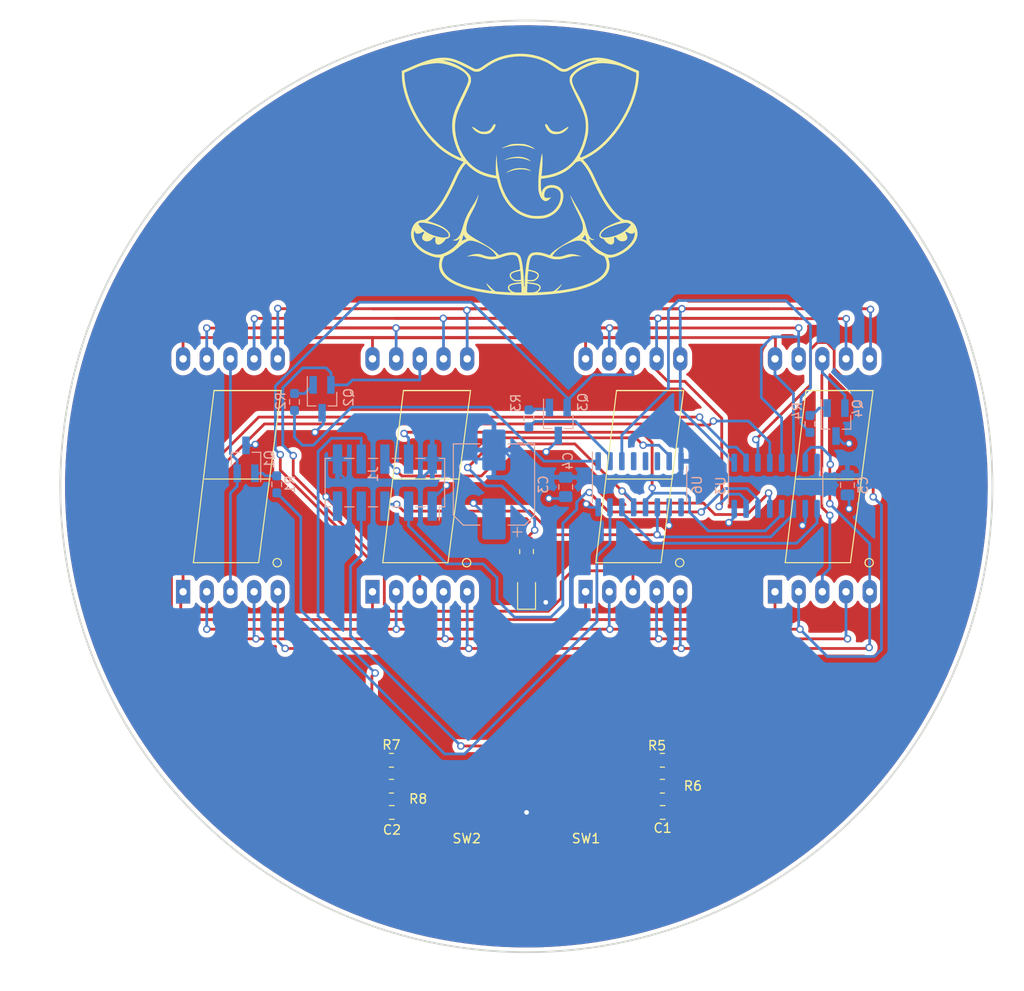
<source format=kicad_pcb>
(kicad_pcb (version 20211014) (generator pcbnew)
  (layers (0 "F.Cu" signal) (31 "B.Cu" signal) (34 "B.Paste" user) (35 "F.Paste" user) (36 "B.SilkS" user "B.Silkscreen") (37 "F.SilkS" user "F.Silkscreen") (38 "B.Mask" user) (39 "F.Mask" user) (44 "Edge.Cuts" user))
  (net 0 "")
  (net 1 "/SW1")
  (net 2 "GND")
  (net 3 "/SW2")
  (net 4 "VCC")
  (net 5 "Net-(D1-Pad2)")
  (net 6 "SDATA")
  (net 7 "LATCH")
  (net 8 "CLK")
  (net 9 "OE_N")
  (net 10 "Net-(Q1-Pad1)")
  (net 11 "/h1_pow")
  (net 12 "Net-(Q2-Pad1)")
  (net 13 "/h2_pow")
  (net 14 "Net-(Q3-Pad1)")
  (net 15 "/m1_pow")
  (net 16 "Net-(Q4-Pad1)")
  (net 17 "/m2_pow")
  (net 18 "H1")
  (net 19 "H2")
  (net 20 "M1")
  (net 21 "M2")
  (net 22 "Net-(R5-Pad2)")
  (net 23 "Net-(R7-Pad2)")
  (net 24 "Net-(R9-Pad1)")
  (net 25 "F")
  (net 26 "G")
  (net 27 "E")
  (net 28 "P")
  (net 29 "C")
  (net 30 "B")
  (net 31 "A")
  (net 32 "Net-(U3-Pad9)")
  (net 37 "D")
  (footprint "Resistor_SMD:R_0805_2012Metric_Pad1.20x1.40mm_HandSolder" (layer "F.Cu") (at 144.8 108.6 -90)
    (fp_text reference "R9" hide)
    (fp_text value "100")
  )
  (footprint "components:7SegmentLED_lsd080bag-103a" (layer "F.Cu") (at 107.95 112.9137 90)
    (fp_text reference "U1" hide)
    (fp_text value "LSD080BAG-103A-01")
  )
  (footprint "LED_SMD:LED_0805_2012Metric_Pad1.15x1.40mm_HandSolder" (layer "F.Cu") (at 144.8 112.925 90)
    (fp_text reference "D1" hide)
    (fp_text value "LED" hide)
  )
  (footprint "Capacitor_SMD:C_0805_2012Metric_Pad1.18x1.45mm_HandSolder" (layer "F.Cu") (at 159.4 136.6 180)
    (fp_text reference "C1")
    (fp_text value "10u")
  )
  (footprint "graphics:elephant" (layer "F.Cu") (at 144.13 69.02)
    (fp_text reference "G***" hide)
    (fp_text value "LOGO" hide)
  )
  (footprint "Resistor_SMD:R_0805_2012Metric_Pad1.20x1.40mm_HandSolder" (layer "F.Cu") (at 130.3 133.785 180)
    (fp_text reference "R8")
    (fp_text value "390")
  )
  (footprint "Resistor_SMD:R_0805_2012Metric_Pad1.20x1.40mm_HandSolder" (layer "F.Cu") (at 130.3 131)
    (fp_text reference "R7")
    (fp_text value "2K")
  )
  (footprint "Resistor_SMD:R_0805_2012Metric_Pad1.20x1.40mm_HandSolder" (layer "F.Cu") (at 159.37 133.785)
    (fp_text reference "R6")
    (fp_text value "390")
  )
  (footprint "Capacitor_SMD:C_0805_2012Metric_Pad1.18x1.45mm_HandSolder" (layer "F.Cu") (at 130.3375 136.6)
    (fp_text reference "C2")
    (fp_text value "10u")
  )
  (footprint "components:SW_SPST_lcsc_c174049" (layer "F.Cu") (at 138.38 135.1 180)
    (fp_text reference "SW2")
    (fp_text value "SW_DIP_x01")
  )
  (footprint "components:SW_SPST_lcsc_c174049" (layer "F.Cu") (at 151.18 135.1 180)
    (fp_text reference "SW1")
    (fp_text value "SW_DIP_x01")
  )
  (footprint "components:7SegmentLED_lsd080bag-103a" (layer "F.Cu") (at 128.27 112.9137 90)
    (fp_text reference "U2" hide)
    (fp_text value "LSD080BAG-103A-01")
  )
  (footprint "Resistor_SMD:R_0805_2012Metric_Pad1.20x1.40mm_HandSolder" (layer "F.Cu") (at 159.37 131 180)
    (fp_text reference "R5")
    (fp_text value "2K")
  )
  (footprint "components:7SegmentLED_lsd080bag-103a" (layer "F.Cu") (at 171.45 112.9137 90)
    (fp_text reference "U5" hide)
    (fp_text value "LSD080BAG-103A-01")
  )
  (footprint "components:7SegmentLED_lsd080bag-103a" (layer "F.Cu") (at 151.13 112.9137 90)
    (fp_text reference "U4" hide)
    (fp_text value "LSD080BAG-103A-01")
  )
  (footprint "Capacitor_SMD:C_0805_2012Metric_Pad1.18x1.45mm_HandSolder" (layer "B.Cu") (at 149 101.6625 90)
    (fp_text reference "C4")
    (fp_text value "100n")
  )
  (footprint "Connector_PinHeader_2.54mm:PinHeader_2x05_P2.54mm_Vertical_SMD" (layer "B.Cu") (at 129.6 101.2 90)
    (fp_text reference "J1")
    (fp_text value "Conn_02x05_Odd_Even")
  )
  (footprint "Resistor_SMD:R_0603_1608Metric_Pad0.98x0.95mm_HandSolder" (layer "B.Cu") (at 119.9 92.5425 90)
    (fp_text reference "R2")
    (fp_text value "100")
  )
  (footprint "Package_SO:SOIC-16_3.9x9.9mm_P1.27mm" (layer "B.Cu") (at 171.525 101.5375 -90)
    (fp_text reference "U3")
    (fp_text value "74HC595")
  )
  (footprint "Package_TO_SOT_SMD:SOT-23_Handsoldering" (layer "B.Cu") (at 114.7 98.7 90)
    (fp_text reference "Q1")
    (fp_text value "Q_PMOS_GSD")
  )
  (footprint "Package_TO_SOT_SMD:SOT-23_Handsoldering" (layer "B.Cu") (at 148.2 94.64 -90)
    (fp_text reference "Q3")
    (fp_text value "Q_PMOS_GSD")
  )
  (footprint "Package_TO_SOT_SMD:SOT-23_Handsoldering" (layer "B.Cu") (at 122.86 92.21 -90)
    (fp_text reference "Q2")
    (fp_text value "Q_PMOS_GSD")
  )
  (footprint "Resistor_SMD:R_0603_1608Metric_Pad0.98x0.95mm_HandSolder" (layer "B.Cu") (at 145.05 94.31 90)
    (fp_text reference "R3")
    (fp_text value "100")
  )
  (footprint "Capacitor_SMD:C_0805_2012Metric_Pad1.18x1.45mm_HandSolder" (layer "B.Cu") (at 179.225 101.475 90)
    (fp_text reference "C5")
    (fp_text value "100n")
  )
  (footprint "Capacitor_SMD:CP_Elec_8x10.5" (layer "B.Cu") (at 141.3 101.4 90)
    (fp_text reference "C3")
    (fp_text value "100u")
  )
  (footprint "Package_SO:SOIC-16_3.9x9.9mm_P1.27mm" (layer "B.Cu") (at 156.925 101.375 -90)
    (fp_text reference "U6")
    (fp_text value "74HC595")
  )
  (footprint "Package_TO_SOT_SMD:SOT-23_Handsoldering" (layer "B.Cu") (at 178 94.7 -90)
    (fp_text reference "Q4")
    (fp_text value "HX2301A")
  )
  (footprint "Resistor_SMD:R_0603_1608Metric_Pad0.98x0.95mm_HandSolder" (layer "B.Cu") (at 118 101.3875 90)
    (fp_text reference "R1")
    (fp_text value "100")
  )
  (footprint "Resistor_SMD:R_0603_1608Metric_Pad0.98x0.95mm_HandSolder" (layer "B.Cu") (at 175.2 94.9 90)
    (fp_text reference "R4")
    (fp_text value "100")
  )
  (gr_circle locked (center 144.78 101.6) (end 194.78 101.6) (layer "Edge.Cuts") (width 0.2) (fill none))
  (segment (start 160.4375 136.5995) (end 160.438 136.6) (width 0.3) (layer "F.Cu") (net 1))
  (segment (start 160.37 136.532) (end 160.4375 136.5995) (width 0.3) (layer "F.Cu") (net 1))
  (segment (start 160.37 135.1585) (end 160.37 136.532) (width 0.3) (layer "F.Cu") (net 1))
  (segment (start 140.7391 129.4691) (end 137.7489 129.4691) (width 0.3) (layer "F.Cu") (net 1))
  (segment (start 146.4285 135.1585) (end 140.7391 129.4691) (width 0.3) (layer "F.Cu") (net 1))
  (segment (start 160.37 135.1585) (end 146.4285 135.1585) (width 0.3) (layer "F.Cu") (net 1))
  (segment (start 160.37 133.785) (end 160.37 135.1585) (width 0.3) (layer "F.Cu") (net 1))
  (segment (start 160.4375 136.5995) (end 160.4375 136.6) (width 0.3) (layer "F.Cu") (net 1))
  (via (at 137.7489 129.4691) (size 0.8) (drill 0.5) (layers "F.Cu" "B.Cu") (net 1))
  (segment (start 137.7489 129.4691) (end 125.91 117.6302) (width 0.3) (layer "B.Cu") (net 1))
  (segment (start 125.91 117.6302) (end 125.91 110.1622) (width 0.3) (layer "B.Cu") (net 1))
  (segment (start 125.91 110.1622) (end 127.06 109.0122) (width 0.3) (layer "B.Cu") (net 1))
  (segment (start 127.06 109.0122) (end 127.06 103.725) (width 0.3) (layer "B.Cu") (net 1))
  (segment (start 135.23 136.6) (end 131.375 136.6) (width 0.3) (layer "F.Cu") (net 2))
  (segment (start 144.8 136.6) (end 148.03 136.6) (width 0.3) (layer "F.Cu") (net 2))
  (segment (start 158.3625 136.6) (end 158.362 136.6) (width 0.3) (layer "F.Cu") (net 2))
  (segment (start 151 136.6) (end 154.33 136.6) (width 0.3) (layer "F.Cu") (net 2))
  (segment (start 149.38 136.6) (end 151 136.6) (width 0.3) (layer "F.Cu") (net 2))
  (segment (start 148.03 136.6) (end 149.38 136.6) (width 0.3) (layer "F.Cu") (net 2))
  (segment (start 141.53 136.6) (end 144.8 136.6) (width 0.3) (layer "F.Cu") (net 2))
  (segment (start 146.86 114.048) (end 144.898 114.048) (width 0.3) (layer "F.Cu") (net 2))
  (segment (start 144.898 114.048) (end 144.8 113.95) (width 0.3) (layer "F.Cu") (net 2))
  (segment (start 135.23 136.6) (end 141.53 136.6) (width 0.3) (layer "F.Cu") (net 2))
  (segment (start 154.33 136.6) (end 158.362 136.6) (width 0.3) (layer "F.Cu") (net 2))
  (via (at 146.86 114.048) (size 0.8) (drill 0.5) (layers "F.Cu" "B.Cu") (net 2))
  (via (at 144.8 136.6) (size 0.8) (drill 0.5) (layers "F.Cu" "B.Cu") (net 2))
  (segment (start 145.225 102.925) (end 146.86 104.56) (width 0.3) (layer "B.Cu") (net 2))
  (segment (start 175.97 100.13) (end 175.97 99.0625) (width 0.3) (layer "B.Cu") (net 2))
  (segment (start 134.68 99.62) (end 134.68 98.675) (width 0.3) (layer "B.Cu") (net 2))
  (segment (start 144.8 136.6) (end 168.5 136.6) (width 0.3) (layer "B.Cu") (net 2))
  (segment (start 150.3 100.9) (end 160.4 100.9) (width 0.3) (layer "B.Cu") (net 2))
  (segment (start 161.37 99.93) (end 161.37 98.9) (width 0.3) (layer "B.Cu") (net 2))
  (segment (start 125.7 101.2) (end 133.1 101.2) (width 0.3) (layer "B.Cu") (net 2))
  (segment (start 124.52 98.675) (end 124.52 100.02) (width 0.3) (layer "B.Cu") (net 2))
  (segment (start 175.35 100.85) (end 175.35 100.75) (width 0.3) (layer "B.Cu") (net 2))
  (segment (start 142.3 97.7) (end 145.225 100.625) (width 0.3) (layer "B.Cu") (net 2))
  (segment (start 175.35 100.75) (end 175.97 100.13) (width 0.3) (layer "B.Cu") (net 2))
  (segment (start 149 100.625) (end 150.025 100.625) (width 0.3) (layer "B.Cu") (net 2))
  (segment (start 178.762 100.9) (end 175.3 100.9) (width 0.3) (layer "B.Cu") (net 2))
  (segment (start 175.2 100.9) (end 175.35 100.75) (width 0.3) (layer "B.Cu") (net 2))
  (segment (start 184.2 120.9) (end 184.2 102) (width 0.3) (layer "B.Cu") (net 2))
  (segment (start 124.52 100.02) (end 125.7 101.2) (width 0.3) (layer "B.Cu") (net 2))
  (segment (start 182.638 100.438) (end 179.225 100.438) (width 0.3) (layer "B.Cu") (net 2))
  (segment (start 150.025 100.625) (end 150.3 100.9) (width 0.3) (layer "B.Cu") (net 2))
  (segment (start 145.225 100.625) (end 149 100.625) (width 0.3) (layer "B.Cu") (net 2))
  (segment (start 141.3 97.7) (end 142.3 97.7) (width 0.3) (layer "B.Cu") (net 2))
  (segment (start 175.3 100.9) (end 175.35 100.85) (width 0.3) (layer "B.Cu") (net 2))
  (segment (start 134.68 98.675) (end 140.325 98.675) (width 0.3) (layer "B.Cu") (net 2))
  (segment (start 133.1 101.2) (end 134.68 99.62) (width 0.3) (layer "B.Cu") (net 2))
  (segment (start 179.225 100.438) (end 178.762 100.9) (width 0.3) (layer "B.Cu") (net 2))
  (segment (start 146.86 104.56) (end 146.86 114.048) (width 0.3) (layer "B.Cu") (net 2))
  (segment (start 160.4 100.9) (end 161.37 99.93) (width 0.3) (layer "B.Cu") (net 2))
  (segment (start 168.5 136.6) (end 184.2 120.9) (width 0.3) (layer "B.Cu") (net 2))
  (segment (start 184.2 102) (end 182.638 100.438) (width 0.3) (layer "B.Cu") (net 2))
  (segment (start 160.4 100.9) (end 175.2 100.9) (width 0.3) (layer "B.Cu") (net 2))
  (segment (start 145.225 100.625) (end 145.225 102.925) (width 0.3) (layer "B.Cu") (net 2))
  (segment (start 140.325 98.675) (end 141.3 97.7) (width 0.3) (layer "B.Cu") (net 2))
  (segment (start 129.3 133.785) (end 129.3 135.1925) (width 0.3) (layer "F.Cu") (net 3))
  (segment (start 129.3 135.1925) (end 128.871 135.1925) (width 0.3) (layer "F.Cu") (net 3))
  (segment (start 128.2008 134.5223) (end 128.2008 121.9932) (width 0.3) (layer "F.Cu") (net 3))
  (segment (start 128.871 135.1925) (end 128.2008 134.5223) (width 0.3) (layer "F.Cu") (net 3))
  (segment (start 128.2008 121.9932) (end 128.5567 121.6373) (width 0.3) (layer "F.Cu") (net 3))
  (segment (start 129.3 135.1925) (end 129.3 136.6) (width 0.3) (layer "F.Cu") (net 3))
  (via (at 128.5567 121.6373) (size 0.8) (drill 0.5) (layers "F.Cu" "B.Cu") (net 3))
  (segment (start 122.4373 97.8627) (end 123.86 96.44) (width 0.3) (layer "B.Cu") (net 3))
  (segment (start 123.86 96.44) (end 127.06 96.44) (width 0.3) (layer "B.Cu") (net 3))
  (segment (start 128.5567 121.6373) (end 122.4373 115.5179) (width 0.3) (layer "B.Cu") (net 3))
  (segment (start 122.4373 115.5179) (end 122.4373 97.8627) (width 0.3) (layer "B.Cu") (net 3))
  (segment (start 127.06 96.44) (end 127.06 98.675) (width 0.3) (layer "B.Cu") (net 3))
  (segment (start 130.3 128.6) (end 129.3 129.6) (width 0.3) (layer "F.Cu") (net 4))
  (segment (start 159.9 105.8) (end 160.08 105.8) (width 0.3) (layer "F.Cu") (net 4))
  (segment (start 173.7 105.8) (end 174.4 105.8) (width 0.3) (layer "F.Cu") (net 4))
  (segment (start 139.1 103.4) (end 139.6 102.9) (width 0.3) (layer "F.Cu") (net 4))
  (segment (start 159.9 105.8) (end 166.2 105.8) (width 0.3) (layer "F.Cu") (net 4))
  (segment (start 174.1 131) (end 160.37 131) (width 0.3) (layer "F.Cu") (net 4))
  (segment (start 146.6 98.2) (end 146.9 97.9) (width 0.3) (layer "F.Cu") (net 4))
  (segment (start 137.2 101.5) (end 139.1 103.4) (width 0.3) (layer "F.Cu") (net 4))
  (segment (start 120.8 97.1) (end 120.8 100.2) (width 0.3) (layer "F.Cu") (net 4))
  (segment (start 179.4 104.3) (end 179.4 104) (width 0.3) (layer "F.Cu") (net 4))
  (segment (start 121.85 101.25) (end 123.3 102.7) (width 0.3) (layer "F.Cu") (net 4))
  (segment (start 151.2 104.8) (end 152.2 105.8) (width 0.3) (layer "F.Cu") (net 4))
  (segment (start 177.9 105.8) (end 179.2 104.5) (width 0.3) (layer "F.Cu") (net 4))
  (segment (start 152.2 105.8) (end 159.9 105.8) (width 0.3) (layer "F.Cu") (net 4))
  (segment (start 166.2 105.8) (end 173.7 105.8) (width 0.3) (layer "F.Cu") (net 4))
  (segment (start 182.2 104) (end 184.3 106.1) (width 0.3) (layer "F.Cu") (net 4))
  (segment (start 160.08 105.8) (end 166.2 105.8) (width 0.3) (layer "F.Cu") (net 4))
  (segment (start 136.2 101.5) (end 137.2 101.5) (width 0.3) (layer "F.Cu") (net 4))
  (segment (start 147.2 102.9) (end 150.6 102.9) (width 0.3) (layer "F.Cu") (net 4))
  (segment (start 179.2 104.5) (end 179.4 104.3) (width 0.3) (layer "F.Cu") (net 4))
  (segment (start 160.37 129.37) (end 159.6 128.6) (width 0.3) (layer "F.Cu") (net 4))
  (segment (start 151.2 103.5) (end 151.2 104.8) (width 0.3) (layer "F.Cu") (net 4))
  (segment (start 135.95 101.25) (end 136.2 101.5) (width 0.3) (layer "F.Cu") (net 4))
  (segment (start 121.85 101.25) (end 135.95 101.25) (width 0.3) (layer "F.Cu") (net 4))
  (segment (start 179.7 104) (end 180.5 104) (width 0.3) (layer "F.Cu") (net 4))
  (segment (start 184.3 120.8) (end 174.1 131) (width 0.3) (layer "F.Cu") (net 4))
  (segment (start 166.2 105.8) (end 166.5 105.5) (width 0.3) (layer "F.Cu") (net 4))
  (segment (start 120.8 97.1) (end 122.1 95.8) (width 0.3) (layer "F.Cu") (net 4))
  (segment (start 174.4 105.8) (end 177.9 105.8) (width 0.3) (layer "F.Cu") (net 4))
  (segment (start 179.2 104.5) (end 179.4 104.3) (width 0.3) (layer "F.Cu") (net 4))
  (segment (start 120.8 100.2) (end 121.85 101.25) (width 0.3) (layer "F.Cu") (net 4))
  (segment (start 150.6 102.9) (end 151.2 103.5) (width 0.3) (layer "F.Cu") (net 4))
  (segment (start 173.7 105.8) (end 174.4 105.8) (width 0.3) (layer "F.Cu") (net 4))
  (segment (start 146.6 102.9) (end 147.2 102.9) (width 0.3) (layer "F.Cu") (net 4))
  (segment (start 152.2 105.8) (end 159.9 105.8) (width 0.3) (layer "F.Cu") (net 4))
  (segment (start 146.6 102.9) (end 146.6 98.2) (width 0.3) (layer "F.Cu") (net 4))
  (segment (start 184.3 106.1) (end 184.3 120.8) (width 0.3) (layer "F.Cu") (net 4))
  (segment (start 139.6 102.9) (end 146.6 102.9) (width 0.3) (layer "F.Cu") (net 4))
  (segment (start 180.5 104) (end 180.5 98.1) (width 0.3) (layer "F.Cu") (net 4))
  (segment (start 129.3 129.6) (end 129.3 131) (width 0.3) (layer "F.Cu") (net 4))
  (segment (start 115.7 97.1) (end 120.8 97.1) (width 0.3) (layer "F.Cu") (net 4))
  (segment (start 180.5 104) (end 182.2 104) (width 0.3) (layer "F.Cu") (net 4))
  (segment (start 160.37 131) (end 160.37 129.37) (width 0.3) (layer "F.Cu") (net 4))
  (segment (start 180.5 98.1) (end 179.4 97) (width 0.3) (layer "F.Cu") (net 4))
  (segment (start 159.6 128.6) (end 130.3 128.6) (width 0.3) (layer "F.Cu") (net 4))
  (segment (start 179.4 104.3) (end 179.7 104) (width 0.3) (layer "F.Cu") (net 4))
  (via (at 123.3 102.7) (size 0.8) (drill 0.5) (layers "F.Cu" "B.Cu") (net 4))
  (via (at 136.2 101.5) (size 0.8) (drill 0.5) (layers "F.Cu" "B.Cu") (net 4))
  (via (at 139.1 103.4) (size 0.8) (drill 0.5) (layers "F.Cu" "B.Cu") (net 4))
  (via (at 115.7 97.1) (size 0.8) (drill 0.5) (layers "F.Cu" "B.Cu") (net 4))
  (via (at 122.1 95.8) (size 0.8) (drill 0.5) (layers "F.Cu" "B.Cu") (net 4))
  (via (at 166.5 105.5) (size 0.8) (drill 0.5) (layers "F.Cu" "B.Cu") (net 4))
  (via (at 147.2 102.9) (size 0.8) (drill 0.5) (layers "F.Cu" "B.Cu") (net 4))
  (via (at 160.08 105.8) (size 0.8) (drill 0.5) (layers "F.Cu" "B.Cu") (net 4))
  (via (at 146.9 97.9) (size 0.8) (drill 0.5) (layers "F.Cu" "B.Cu") (net 4))
  (via (at 174.4 105.8) (size 0.8) (drill 0.5) (layers "F.Cu" "B.Cu") (net 4))
  (via (at 179.4 97) (size 0.8) (drill 0.5) (layers "F.Cu" "B.Cu") (net 4))
  (via (at 179.4 104) (size 0.8) (drill 0.5) (layers "F.Cu" "B.Cu") (net 4))
  (via (at 151.2 103.5) (size 0.8) (drill 0.5) (layers "F.Cu" "B.Cu") (net 4))
  (segment (start 146.9 97.9) (end 148.2 96.6) (width 0.3) (layer "B.Cu") (net 4))
  (segment (start 166.5 105.5) (end 167.08 104.92) (width 0.3) (layer "B.Cu") (net 4))
  (segment (start 124.52 103.725) (end 124.325 103.725) (width 0.3) (layer "B.Cu") (net 4))
  (segment (start 179.4 104) (end 179.4 102.688) (width 0.3) (layer "B.Cu") (net 4))
  (segment (start 136.2 101.5) (end 134.68 103.02) (width 0.3) (layer "B.Cu") (net 4))
  (segment (start 134.68 103.02) (end 134.68 103.725) (width 0.3) (layer "B.Cu") (net 4))
  (segment (start 114.7 97.2) (end 115.6 97.2) (width 0.3) (layer "B.Cu") (net 4))
  (segment (start 174.7 105.5) (end 174.7 104.0125) (width 0.3) (layer "B.Cu") (net 4))
  (segment (start 179.4 97) (end 178.8 97) (width 0.3) (layer "B.Cu") (net 4))
  (segment (start 148.8 102.9) (end 149 102.7) (width 0.3) (layer "B.Cu") (net 4))
  (segment (start 179.4 102.688) (end 179.3125 102.6) (width 0.3) (layer "B.Cu") (net 4))
  (segment (start 151.55 103.85) (end 152.48 103.85) (width 0.3) (layer "B.Cu") (net 4))
  (segment (start 122.1 95.8) (end 123 94.9) (width 0.3) (layer "B.Cu") (net 4))
  (segment (start 179.3125 102.6) (end 179.225 102.512) (width 0.3) (layer "B.Cu") (net 4))
  (segment (start 139.1 103.4) (end 140.8 105.1) (width 0.3) (layer "B.Cu") (net 4))
  (segment (start 147.2 102.9) (end 148.8 102.9) (width 0.3) (layer "B.Cu") (net 4))
  (segment (start 140.8 105.1) (end 141.3 105.1) (width 0.3) (layer "B.Cu") (net 4))
  (segment (start 167.08 104.92) (end 167.08 104.0125) (width 0.3) (layer "B.Cu") (net 4))
  (segment (start 148.2 96.6) (end 148.2 96.14) (width 0.3) (layer "B.Cu") (net 4))
  (segment (start 123 94.9) (end 123 94.5) (width 0.3) (layer "B.Cu") (net 4))
  (segment (start 179.3125 102.6) (end 179.225 102.5125) (width 0.3) (layer "B.Cu") (net 4))
  (segment (start 160.1 103.85) (end 160.1 105.78) (width 0.3) (layer "B.Cu") (net 4))
  (segment (start 160.1 105.78) (end 160.08 105.8) (width 0.3) (layer "B.Cu") (net 4))
  (segment (start 174.4 105.8) (end 174.7 105.5) (width 0.3) (layer "B.Cu") (net 4))
  (segment (start 124.325 103.725) (end 123.3 102.7) (width 0.3) (layer "B.Cu") (net 4))
  (segment (start 178.8 97) (end 178 96.2) (width 0.3) (layer "B.Cu") (net 4))
  (segment (start 151.2 103.5) (end 151.55 103.85) (width 0.3) (layer "B.Cu") (net 4))
  (segment (start 115.6 97.2) (end 115.7 97.1) (width 0.3) (layer "B.Cu") (net 4))
  (segment (start 144.8 109.6) (end 144.8 111.9) (width 0.3) (layer "F.Cu") (net 5))
  (segment (start 153.6251 104.3513) (end 151.5321 102.2583) (width 0.3) (layer "F.Cu") (net 6))
  (segment (start 163.5384 104.3513) (end 153.6251 104.3513) (width 0.3) (layer "F.Cu") (net 6))
  (via (at 163.5384 104.3513) (size 0.8) (drill 0.5) (layers "F.Cu" "B.Cu") (net 6))
  (via (at 151.5321 102.2583) (size 0.8) (drill 0.5) (layers "F.Cu" "B.Cu") (net 6))
  (segment (start 140.13 109.92) (end 141.63 111.42) (width 0.3) (layer "B.Cu") (net 6))
  (segment (start 166.0497 101.84) (end 168.47 101.84) (width 0.3) (layer "B.Cu") (net 6))
  (segment (start 132.14 105.84) (end 136.22 109.92) (width 0.3) (layer "B.Cu") (net 6))
  (segment (start 132.14 103.725) (end 132.14 105.84) (width 0.3) (layer "B.Cu") (net 6))
  (segment (start 141.63 111.42) (end 141.63 113.77) (width 0.3) (layer "B.Cu") (net 6))
  (segment (start 169.62 102.99) (end 169.62 104.0125) (width 0.3) (layer "B.Cu") (net 6))
  (segment (start 168.47 101.84) (end 169.62 102.99) (width 0.3) (layer "B.Cu") (net 6))
  (segment (start 148.689 114.361) (end 148.689 105.571) (width 0.3) (layer "B.Cu") (net 6))
  (segment (start 143.5 115.64) (end 147.41 115.64) (width 0.3) (layer "B.Cu") (net 6))
  (segment (start 147.41 115.64) (end 148.689 114.361) (width 0.3) (layer "B.Cu") (net 6))
  (segment (start 136.22 109.92) (end 140.13 109.92) (width 0.3) (layer "B.Cu") (net 6))
  (segment (start 151.2184 102.2583) (end 151.5321 102.2583) (width 0.3) (layer "B.Cu") (net 6))
  (segment (start 148.689 105.571) (end 150.1762 104.0838) (width 0.3) (layer "B.Cu") (net 6))
  (segment (start 141.63 113.77) (end 143.5 115.64) (width 0.3) (layer "B.Cu") (net 6))
  (segment (start 150.1762 103.3005) (end 151.2184 102.2583) (width 0.3) (layer "B.Cu") (net 6))
  (segment (start 163.5384 104.3513) (end 166.0497 101.84) (width 0.3) (layer "B.Cu") (net 6))
  (segment (start 150.1762 104.0838) (end 150.1762 103.3005) (width 0.3) (layer "B.Cu") (net 6))
  (segment (start 131.661 95.9208) (end 131.7905 95.7913) (width 0.3) (layer "F.Cu") (net 7))
  (segment (start 131.7905 95.7913) (end 157.1493 95.7913) (width 0.3) (layer "F.Cu") (net 7))
  (segment (start 157.1493 95.7913) (end 158.271 96.913) (width 0.3) (layer "F.Cu") (net 7))
  (segment (start 158.271 96.913) (end 158.271 101.774) (width 0.3) (layer "F.Cu") (net 7))
  (via (at 131.661 95.9208) (size 0.8) (drill 0.5) (layers "F.Cu" "B.Cu") (net 7))
  (via (at 158.271 101.774) (size 0.8) (drill 0.5) (layers "F.Cu" "B.Cu") (net 7))
  (segment (start 162.2881 104.3807) (end 164.2839 106.3765) (width 0.3) (layer "B.Cu") (net 7))
  (segment (start 158.2763 102.4243) (end 158.2763 101.7793) (width 0.3) (layer "B.Cu") (net 7))
  (segment (start 158.2763 102.4243) (end 158.3706 102.33) (width 0.3) (layer "B.Cu") (net 7))
  (segment (start 132.14 96.3998) (end 131.661 95.9208) (width 0.3) (layer "B.Cu") (net 7))
  (segment (start 170.4136 106.3765) (end 172.16 104.6301) (width 0.3) (layer "B.Cu") (net 7))
  (segment (start 157.56 103.85) (end 157.56 103.1406) (width 0.3) (layer "B.Cu") (net 7))
  (segment (start 158.2763 101.7793) (end 158.271 101.774) (width 0.3) (layer "B.Cu") (net 7))
  (segment (start 162.2881 102.8181) (end 162.2881 104.3807) (width 0.3) (layer "B.Cu") (net 7))
  (segment (start 132.14 98.675) (end 132.14 96.3998) (width 0.3) (layer "B.Cu") (net 7))
  (segment (start 157.56 103.1406) (end 158.2763 102.4243) (width 0.3) (layer "B.Cu") (net 7))
  (segment (start 161.8 102.33) (end 162.2881 102.8181) (width 0.3) (layer "B.Cu") (net 7))
  (segment (start 158.3706 102.33) (end 161.8 102.33) (width 0.3) (layer "B.Cu") (net 7))
  (segment (start 164.2839 106.3765) (end 170.4136 106.3765) (width 0.3) (layer "B.Cu") (net 7))
  (segment (start 172.16 104.6301) (end 172.16 104.0125) (width 0.3) (layer "B.Cu") (net 7))
  (segment (start 145.1094 104.2552) (end 131.6037 104.2552) (width 0.3) (layer "F.Cu") (net 8))
  (segment (start 147.6455 106.7913) (end 145.1094 104.2552) (width 0.3) (layer "F.Cu") (net 8))
  (segment (start 158.7959 106.7913) (end 147.6455 106.7913) (width 0.3) (layer "F.Cu") (net 8))
  (segment (start 131.6037 104.2552) (end 130.87 103.5215) (width 0.3) (layer "F.Cu") (net 8))
  (via (at 158.7959 106.7913) (size 0.8) (drill 0.5) (layers "F.Cu" "B.Cu") (net 8))
  (via (at 130.87 103.5215) (size 0.8) (drill 0.5) (layers "F.Cu" "B.Cu") (net 8))
  (segment (start 130.87 103.5215) (end 129.8035 103.5215) (width 0.3) (layer "B.Cu") (net 8))
  (segment (start 159.0326 107.028) (end 158.7959 106.7913) (width 0.3) (layer "B.Cu") (net 8))
  (segment (start 129.8035 103.5215) (end 129.6 103.725) (width 0.3) (layer "B.Cu") (net 8))
  (segment (start 170.9815 107.028) (end 159.0326 107.028) (width 0.3) (layer "B.Cu") (net 8))
  (segment (start 158.83 106.7572) (end 158.7959 106.7913) (width 0.3) (layer "B.Cu") (net 8))
  (segment (start 158.83 103.85) (end 158.83 106.7572) (width 0.3) (layer "B.Cu") (net 8))
  (segment (start 173.43 104.0125) (end 173.43 104.5795) (width 0.3) (layer "B.Cu") (net 8))
  (segment (start 173.43 104.5795) (end 170.9815 107.028) (width 0.3) (layer "B.Cu") (net 8))
  (segment (start 168.4577 104.6226) (end 165.0121 104.6226) (width 0.3) (layer "F.Cu") (net 9))
  (segment (start 163.7894 103.3999) (end 156.3387 103.3999) (width 0.3) (layer "F.Cu") (net 9))
  (segment (start 131.4208 100.4883) (end 139.9471 100.4883) (width 0.3) (layer "F.Cu") (net 9))
  (segment (start 165.0121 104.6226) (end 163.7894 103.3999) (width 0.3) (layer "F.Cu") (net 9))
  (segment (start 139.9471 100.4883) (end 143.3874 97.048) (width 0.3) (layer "F.Cu") (net 9))
  (segment (start 143.3874 97.048) (end 149.9868 97.048) (width 0.3) (layer "F.Cu") (net 9))
  (segment (start 130.87 99.9375) (end 131.4208 100.4883) (width 0.3) (layer "F.Cu") (net 9))
  (segment (start 170.7645 102.3158) (end 168.4577 104.6226) (width 0.3) (layer "F.Cu") (net 9))
  (segment (start 149.9868 97.048) (end 155.042 102.1032) (width 0.3) (layer "F.Cu") (net 9))
  (segment (start 156.3387 103.3999) (end 155.042 102.1032) (width 0.3) (layer "F.Cu") (net 9))
  (via (at 170.7645 102.3158) (size 0.8) (drill 0.5) (layers "F.Cu" "B.Cu") (net 9))
  (via (at 155.042 102.1032) (size 0.8) (drill 0.5) (layers "F.Cu" "B.Cu") (net 9))
  (via (at 130.87 99.9375) (size 0.8) (drill 0.5) (layers "F.Cu" "B.Cu") (net 9))
  (segment (start 155.1579 102.1032) (end 156.29 103.2353) (width 0.3) (layer "B.Cu") (net 9))
  (segment (start 130.87 99.9375) (end 130.8625 99.9375) (width 0.3) (layer "B.Cu") (net 9))
  (segment (start 170.89 102.4413) (end 170.89 104.0125) (width 0.3) (layer "B.Cu") (net 9))
  (segment (start 156.29 103.2353) (end 156.29 103.85) (width 0.3) (layer "B.Cu") (net 9))
  (segment (start 130.8625 99.9375) (end 129.6 98.675) (width 0.3) (layer "B.Cu") (net 9))
  (segment (start 170.7645 102.3158) (end 170.89 102.4413) (width 0.3) (layer "B.Cu") (net 9))
  (segment (start 155.042 102.1032) (end 155.1579 102.1032) (width 0.3) (layer "B.Cu") (net 9))
  (segment (start 116.7751 100.475) (end 116.5001 100.2) (width 0.3) (layer "B.Cu") (net 10))
  (segment (start 115.65 100.2) (end 116.5001 100.2) (width 0.3) (layer "B.Cu") (net 10))
  (segment (start 118 100.475) (end 116.7751 100.475) (width 0.3) (layer "B.Cu") (net 10))
  (segment (start 113.75 101.6001) (end 113.03 102.3201) (width 0.3) (layer "B.Cu") (net 11))
  (segment (start 113.75 100.2) (end 113.75 101.6001) (width 0.3) (layer "B.Cu") (net 11))
  (segment (start 113.03 98.0799) (end 113.75 98.7999) (width 0.3) (layer "B.Cu") (net 11))
  (segment (start 113.03 102.3201) (end 113.03 112.9137) (width 0.3) (layer "B.Cu") (net 11))
  (segment (start 113.75 100.2) (end 113.75 98.7999) (width 0.3) (layer "B.Cu") (net 11))
  (segment (start 113.03 87.9137) (end 113.03 98.0799) (width 0.3) (layer "B.Cu") (net 11))
  (segment (start 119.9 91.63) (end 120.99 91.63) (width 0.3) (layer "B.Cu") (net 12))
  (segment (start 120.99 91.63) (end 121.91 90.71) (width 0.3) (layer "B.Cu") (net 12))
  (segment (start 133.35 111.25) (end 133.35 112.9137) (width 0.3) (layer "F.Cu") (net 13))
  (segment (start 119.7691 100.4014) (end 129.6577 110.29) (width 0.3) (layer "F.Cu") (net 13))
  (segment (start 129.6577 110.29) (end 132.39 110.29) (width 0.3) (layer "F.Cu") (net 13))
  (segment (start 132.39 110.29) (end 133.35 111.25) (width 0.3) (layer "F.Cu") (net 13))
  (segment (start 119.7691 98.2998) (end 119.7691 100.4014) (width 0.3) (layer "F.Cu") (net 13))
  (via (at 119.7691 98.2998) (size 0.8) (drill 0.5) (layers "F.Cu" "B.Cu") (net 13))
  (segment (start 133.35 87.9137) (end 133.35 90.18) (width 0.3) (layer "B.Cu") (net 13))
  (segment (start 126.1201 90.18) (end 125.5901 90.71) (width 0.3) (layer "B.Cu") (net 13))
  (segment (start 123.81 89.4) (end 123.81 90.71) (width 0.3) (layer "B.Cu") (net 13))
  (segment (start 120.79 88.88) (end 123.29 88.88) (width 0.3) (layer "B.Cu") (net 13))
  (segment (start 133.35 90.18) (end 126.1201 90.18) (width 0.3) (layer "B.Cu") (net 13))
  (segment (start 119.7691 98.2998) (end 118.64 97.1707) (width 0.3) (layer "B.Cu") (net 13))
  (segment (start 123.29 88.88) (end 123.81 89.4) (width 0.3) (layer "B.Cu") (net 13))
  (segment (start 118.64 91.03) (end 120.79 88.88) (width 0.3) (layer "B.Cu") (net 13))
  (segment (start 118.64 97.1707) (end 118.64 91.03) (width 0.3) (layer "B.Cu") (net 13))
  (segment (start 125.5901 90.71) (end 123.81 90.71) (width 0.3) (layer "B.Cu") (net 13))
  (segment (start 145.4249 93.575) (end 145.6999 93.3) (width 0.3) (layer "B.Cu") (net 14))
  (segment (start 147.09 93.3) (end 147.25 93.14) (width 0.3) (layer "B.Cu") (net 14))
  (segment (start 144.9 93.575) (end 145.4249 93.575) (width 0.3) (layer "B.Cu") (net 14))
  (segment (start 145.6999 93.3) (end 147.09 93.3) (width 0.3) (layer "B.Cu") (net 14))
  (segment (start 118.3816 98.1956) (end 118.3816 99.8627) (width 0.3) (layer "F.Cu") (net 15))
  (segment (start 129.54 111.0211) (end 129.54 114.25) (width 0.3) (layer "F.Cu") (net 15))
  (segment (start 148.5122 113.623) (end 148.5122 111.8578) (width 0.3) (layer "F.Cu") (net 15))
  (segment (start 130.2949 115.0049) (end 147.1303 115.0049) (width 0.3) (layer "F.Cu") (net 15))
  (segment (start 156.21 110.66) (end 156.21 112.9137) (width 0.3) (layer "F.Cu") (net 15))
  (segment (start 147.1303 115.0049) (end 148.5122 113.623) (width 0.3) (layer "F.Cu") (net 15))
  (segment (start 149.71 110.66) (end 156.21 110.66) (width 0.3) (layer "F.Cu") (net 15))
  (segment (start 129.54 114.25) (end 130.2949 115.0049) (width 0.3) (layer "F.Cu") (net 15))
  (segment (start 148.5122 111.8578) (end 149.71 110.66) (width 0.3) (layer "F.Cu") (net 15))
  (segment (start 118.3816 99.8627) (end 129.54 111.0211) (width 0.3) (layer "F.Cu") (net 15))
  (via (at 118.3816 98.1956) (size 0.8) (drill 0.5) (layers "F.Cu" "B.Cu") (net 15))
  (segment (start 126.8439 81.8361) (end 117.85 90.83) (width 0.3) (layer "B.Cu") (net 15))
  (segment (start 156.21 89.6258) (end 151.9223 89.6258) (width 0.3) (layer "B.Cu") (net 15))
  (segment (start 151.9223 89.6258) (end 149.3001 92.248) (width 0.3) (layer "B.Cu") (net 15))
  (segment (start 117.85 90.83) (end 117.85 97.664) (width 0.3) (layer "B.Cu") (net 15))
  (segment (start 117.85 97.664) (end 118.3816 98.1956) (width 0.3) (layer "B.Cu") (net 15))
  (segment (start 149.3001 92.248) (end 138.8882 81.8361) (width 0.3) (layer "B.Cu") (net 15))
  (segment (start 138.8882 81.8361) (end 126.8439 81.8361) (width 0.3) (layer "B.Cu") (net 15))
  (segment (start 149.3001 93.3) (end 149.3001 92.248) (width 0.3) (layer "B.Cu") (net 15))
  (segment (start 156.21 87.9137) (end 156.21 89.6258) (width 0.3) (layer "B.Cu") (net 15))
  (segment (start 177.05 93.2) (end 176.1999 93.2) (width 0.3) (layer "B.Cu") (net 16))
  (segment (start 175.4124 93.9875) (end 176.1999 93.2) (width 0.3) (layer "B.Cu") (net 16))
  (segment (start 175.2 93.9875) (end 175.4124 93.9875) (width 0.3) (layer "B.Cu") (net 16))
  (segment (start 176.53 87.9137) (end 176.53 89.6258) (width 0.3) (layer "F.Cu") (net 17))
  (segment (start 176.4772 89.6786) (end 176.4772 103.8526) (width 0.3) (layer "F.Cu") (net 17))
  (segment (start 176.4772 103.8526) (end 177.3332 104.7086) (width 0.3) (layer "F.Cu") (net 17))
  (segment (start 176.53 89.6258) (end 176.4772 89.6786) (width 0.3) (layer "F.Cu") (net 17))
  (via (at 177.3332 104.7086) (size 0.8) (drill 0.5) (layers "F.Cu" "B.Cu") (net 17))
  (segment (start 178.95 93.2) (end 178.95 91.81) (width 0.3) (layer "B.Cu") (net 17))
  (segment (start 178.95 91.81) (end 176.53 89.39) (width 0.3) (layer "B.Cu") (net 17))
  (segment (start 176.53 112.9137) (end 176.53 111.2016) (width 0.3) (layer "B.Cu") (net 17))
  (segment (start 176.53 89.39) (end 176.53 87.9137) (width 0.3) (layer "B.Cu") (net 17))
  (segment (start 177.3332 104.7086) (end 177.3332 110.3984) (width 0.3) (layer "B.Cu") (net 17))
  (segment (start 177.3332 110.3984) (end 176.53 111.2016) (width 0.3) (layer "B.Cu") (net 17))
  (segment (start 120.5814 104.8814) (end 120.5814 114.8902) (width 0.3) (layer "B.Cu") (net 18))
  (segment (start 152.3422 109.0845) (end 153.75 107.6767) (width 0.3) (layer "B.Cu") (net 18))
  (segment (start 152.3422 116.127) (end 152.3422 109.0845) (width 0.3) (layer "B.Cu") (net 18))
  (segment (start 120.5814 114.8902) (end 136.0111 130.3199) (width 0.3) (layer "B.Cu") (net 18))
  (segment (start 136.0111 130.3199) (end 138.1493 130.3199) (width 0.3) (layer "B.Cu") (net 18))
  (segment (start 118 102.3) (end 120.5814 104.8814) (width 0.3) (layer "B.Cu") (net 18))
  (segment (start 153.75 107.6767) (end 153.75 103.85) (width 0.3) (layer "B.Cu") (net 18))
  (segment (start 138.1493 130.3199) (end 152.3422 116.127) (width 0.3) (layer "B.Cu") (net 18))
  (segment (start 140.8706 93.0998) (end 146.6708 98.9) (width 0.3) (layer "B.Cu") (net 19))
  (segment (start 146.6708 98.9) (end 152.48 98.9) (width 0.3) (layer "B.Cu") (net 19))
  (segment (start 120.77 97.19) (end 121.92 97.19) (width 0.3) (layer "B.Cu") (net 19))
  (segment (start 119.9 96.32) (end 120.77 97.19) (width 0.3) (layer "B.Cu") (net 19))
  (segment (start 126.0102 93.0998) (end 140.8706 93.0998) (width 0.3) (layer "B.Cu") (net 19))
  (segment (start 121.92 97.19) (end 126.0102 93.0998) (width 0.3) (layer "B.Cu") (net 19))
  (segment (start 119.9 93.455) (end 119.9 96.32) (width 0.3) (layer "B.Cu") (net 19))
  (segment (start 153.75 98.9) (end 153.75 98.3363) (width 0.3) (layer "B.Cu") (net 20))
  (segment (start 145.67 94.63) (end 144.9 95.4) (width 0.3) (layer "B.Cu") (net 20))
  (segment (start 153.75 98.3363) (end 150.0437 94.63) (width 0.3) (layer "B.Cu") (net 20))
  (segment (start 150.0437 94.63) (end 145.67 94.63) (width 0.3) (layer "B.Cu") (net 20))
  (segment (start 174.2481 94.8606) (end 174.2481 92.0243) (width 0.3) (layer "B.Cu") (net 21))
  (segment (start 175.2 95.8125) (end 174.2481 94.8606) (width 0.3) (layer "B.Cu") (net 21))
  (segment (start 160.02 91.0843) (end 155.02 96.0843) (width 0.3) (layer "B.Cu") (net 21))
  (segment (start 175.26 84.28) (end 172.6284 81.6484) (width 0.3) (layer "B.Cu") (net 21))
  (segment (start 174.2481 92.0243) (end 175.26 91.0124) (width 0.3) (layer "B.Cu") (net 21))
  (segment (start 155.02 96.0843) (end 155.02 98.9) (width 0.3) (layer "B.Cu") (net 21))
  (segment (start 161.0784 81.6484) (end 160.02 82.7068) (width 0.3) (layer "B.Cu") (net 21))
  (segment (start 175.26 91.0124) (end 175.26 84.28) (width 0.3) (layer "B.Cu") (net 21))
  (segment (start 160.02 82.7068) (end 160.02 91.0843) (width 0.3) (layer "B.Cu") (net 21))
  (segment (start 172.6284 81.6484) (end 161.0784 81.6484) (width 0.3) (layer "B.Cu") (net 21))
  (segment (start 158.37 133.6) (end 154.33 133.6) (width 0.3) (layer "F.Cu") (net 22))
  (segment (start 148.03 133.6) (end 154.33 133.6) (width 0.3) (layer "F.Cu") (net 22))
  (segment (start 158.37 131) (end 158.37 133.6) (width 0.3) (layer "F.Cu") (net 22))
  (segment (start 158.37 133.6) (end 158.37 133.785) (width 0.3) (layer "F.Cu") (net 22))
  (segment (start 131.3 131) (end 131.3 133.6) (width 0.3) (layer "F.Cu") (net 23))
  (segment (start 135.23 133.6) (end 141.53 133.6) (width 0.3) (layer "F.Cu") (net 23))
  (segment (start 131.3 133.6) (end 131.3 133.785) (width 0.3) (layer "F.Cu") (net 23))
  (segment (start 131.3 133.6) (end 135.23 133.6) (width 0.3) (layer "F.Cu") (net 23))
  (segment (start 138.4803 99.5816) (end 141.6704 96.3915) (width 0.3) (layer "F.Cu") (net 24))
  (segment (start 141.6704 96.3915) (end 156.5064 96.3915) (width 0.3) (layer "F.Cu") (net 24))
  (segment (start 156.5064 96.3915) (end 157.302 97.1871) (width 0.3) (layer "F.Cu") (net 24))
  (segment (start 144.8 107.1701) (end 144.8 107.6) (width 0.3) (layer "F.Cu") (net 24))
  (segment (start 145.669 106.3011) (end 144.8 107.1701) (width 0.3) (layer "F.Cu") (net 24))
  (via (at 138.4803 99.5816) (size 0.8) (drill 0.5) (layers "F.Cu" "B.Cu") (net 24))
  (via (at 157.302 97.1871) (size 0.8) (drill 0.5) (layers "F.Cu" "B.Cu") (net 24))
  (via (at 145.669 106.3011) (size 0.8) (drill 0.5) (layers "F.Cu" "B.Cu") (net 24))
  (segment (start 160.1 98.2936) (end 158.9935 97.1871) (width 0.3) (layer "B.Cu") (net 24))
  (segment (start 158.9935 97.1871) (end 157.302 97.1871) (width 0.3) (layer "B.Cu") (net 24))
  (segment (start 145.669 105.099) (end 145.669 106.3011) (width 0.3) (layer "B.Cu") (net 24))
  (segment (start 160.1 98.9) (end 160.1 98.2936) (width 0.3) (layer "B.Cu") (net 24))
  (segment (start 138.4803 99.5816) (end 140.4487 101.55) (width 0.3) (layer "B.Cu") (net 24))
  (segment (start 140.4487 101.55) (end 142.12 101.55) (width 0.3) (layer "B.Cu") (net 24))
  (segment (start 142.12 101.55) (end 145.669 105.099) (width 0.3) (layer "B.Cu") (net 24))
  (segment (start 130.8 84.6) (end 125.734 84.6) (width 0.3) (layer "F.Cu") (net 25))
  (segment (start 158.834 84.6003) (end 135.934 84.6003) (width 0.3) (layer "F.Cu") (net 25))
  (segment (start 125.734 84.6) (end 115.533 84.6) (width 0.3) (layer "F.Cu") (net 25))
  (segment (start 158.834 84.6003) (end 135.934 84.6003) (width 0.3) (layer "F.Cu") (net 25))
  (segment (start 125.734 84.6003) (end 125.734 84.6) (width 0.3) (layer "F.Cu") (net 25))
  (segment (start 125.734 84.6003) (end 115.534 84.6003) (width 0.3) (layer "F.Cu") (net 25))
  (segment (start 158.833 84.6) (end 153.8 84.6) (width 0.3) (layer "F.Cu") (net 25))
  (segment (start 115.534 84.6003) (end 115.524 84.61) (width 0.3) (layer "F.Cu") (net 25))
  (segment (start 135.934 84.6003) (end 125.734 84.6003) (width 0.3) (layer "F.Cu") (net 25))
  (segment (start 174 84.6003) (end 158.834 84.6003) (width 0.3) (layer "F.Cu") (net 25))
  (segment (start 135.934 84.6003) (end 125.734 84.6003) (width 0.3) (layer "F.Cu") (net 25))
  (segment (start 125.734 84.6003) (end 115.534 84.6003) (width 0.3) (layer "F.Cu") (net 25))
  (segment (start 153.8 84.6) (end 153.7 84.6) (width 0.3) (layer "F.Cu") (net 25))
  (segment (start 115.524 84.61) (end 110.49 84.61) (width 0.3) (layer "F.Cu") (net 25))
  (segment (start 153.7 84.6) (end 130.8 84.6) (width 0.3) (layer "F.Cu") (net 25))
  (via (at 174 84.6003) (size 0.8) (drill 0.5) (layers "F.Cu" "B.Cu") (net 25))
  (via (at 153.7 84.6) (size 0.8) (drill 0.5) (layers "F.Cu" "B.Cu") (net 25))
  (via (at 130.8 84.6) (size 0.8) (drill 0.5) (layers "F.Cu" "B.Cu") (net 25))
  (via (at 110.49 84.61) (size 0.8) (drill 0.5) (layers "F.Cu" "B.Cu") (net 25))
  (segment (start 130.81 87.9137) (end 130.81 84.61) (width 0.3) (layer "B.Cu") (net 25))
  (segment (start 173.99 85.5557) (end 173.99 84.61) (width 0.3) (layer "B.Cu") (net 25))
  (segment (start 172.16 99.0625) (end 172.16 94.2451) (width 0.3) (layer "B.Cu") (net 25))
  (segment (start 173.99 87.9137) (end 173.99 85.5557) (width 0.3) (layer "B.Cu") (net 25))
  (segment (start 130.81 84.61) (end 130.8 84.6) (width 0.3) (layer "B.Cu") (net 25))
  (segment (start 171.1743 85.5557) (end 173.99 85.5557) (width 0.3) (layer "B.Cu") (net 25))
  (segment (start 153.67 84.63) (end 153.7 84.6) (width 0.3) (layer "B.Cu") (net 25))
  (segment (start 169.98 92.0651) (end 169.98 86.75) (width 0.3) (layer "B.Cu") (net 25))
  (segment (start 169.98 86.75) (end 171.1743 85.5557) (width 0.3) (layer "B.Cu") (net 25))
  (segment (start 153.67 87.9137) (end 153.67 84.63) (width 0.3) (layer "B.Cu") (net 25))
  (segment (start 172.16 94.2451) (end 169.98 92.0651) (width 0.3) (layer "B.Cu") (net 25))
  (segment (start 110.49 87.9137) (end 110.49 84.61) (width 0.3) (layer "B.Cu") (net 25))
  (segment (start 173.99 84.61) (end 174 84.6003) (width 0.3) (layer "B.Cu") (net 25))
  (segment (start 171.5 85.7) (end 171.5 86.7818) (width 0.3) (layer "F.Cu") (net 26))
  (segment (start 151.13 85.6333) (end 161.367 85.6333) (width 0.3) (layer "F.Cu") (net 26))
  (segment (start 128.27 85.6333) (end 118.867 85.6333) (width 0.3) (layer "F.Cu") (net 26))
  (segment (start 118.867 85.6333) (end 118.367 85.6333) (width 0.3) (layer "F.Cu") (net 26))
  (segment (start 171.5 86.7818) (end 171.5 87.8637) (width 0.3) (layer "F.Cu") (net 26))
  (segment (start 118.867 85.6333) (end 118.367 85.6333) (width 0.3) (layer "F.Cu") (net 26))
  (segment (start 108.067 85.6333) (end 107.95 85.75) (width 0.3) (layer "F.Cu") (net 26))
  (segment (start 128.27 85.6333) (end 118.867 85.6333) (width 0.3) (layer "F.Cu") (net 26))
  (segment (start 118.867 85.6333) (end 118.367 85.6333) (width 0.3) (layer "F.Cu") (net 26))
  (segment (start 128.27 85.6333) (end 118.867 85.6333) (width 0.3) (layer "F.Cu") (net 26))
  (segment (start 161.367 85.6333) (end 171.433 85.6333) (width 0.3) (layer "F.Cu") (net 26))
  (segment (start 118.367 85.6333) (end 108.067 85.6333) (width 0.3) (layer "F.Cu") (net 26))
  (segment (start 107.95 85.75) (end 107.95 87.9137) (width 0.3) (layer "F.Cu") (net 26))
  (segment (start 128.27 87.9137) (end 128.27 85.6333) (width 0.3) (layer "F.Cu") (net 26))
  (segment (start 171.5 86.7818) (end 171.45 86.8318) (width 0.3) (layer "F.Cu") (net 26))
  (segment (start 151.13 87.9137) (end 151.13 85.6333) (width 0.3) (layer "F.Cu") (net 26))
  (segment (start 161.367 85.6333) (end 151.13 85.6333) (width 0.3) (layer "F.Cu") (net 26))
  (segment (start 171.433 85.6333) (end 171.5 85.7) (width 0.3) (layer "F.Cu") (net 26))
  (segment (start 171.45 86.8318) (end 171.45 87.9137) (width 0.3) (layer "F.Cu") (net 26))
  (segment (start 138.467 85.6333) (end 151.13 85.6333) (width 0.3) (layer "F.Cu") (net 26))
  (segment (start 138.467 85.6333) (end 128.27 85.6333) (width 0.3) (layer "F.Cu") (net 26))
  (segment (start 151.13 85.6333) (end 138.467 85.6333) (width 0.3) (layer "F.Cu") (net 26))
  (segment (start 138.467 85.6333) (end 128.27 85.6333) (width 0.3) (layer "F.Cu") (net 26))
  (segment (start 138.467 85.6333) (end 128.27 85.6333) (width 0.3) (layer "F.Cu") (net 26))
  (segment (start 151.13 85.6333) (end 138.467 85.6333) (width 0.3) (layer "F.Cu") (net 26))
  (segment (start 161.367 85.6333) (end 151.13 85.6333) (width 0.3) (layer "F.Cu") (net 26))
  (segment (start 173.43 91.6058) (end 171.45 89.6258) (width 0.3) (layer "B.Cu") (net 26))
  (segment (start 171.45 87.9137) (end 171.45 89.6258) (width 0.3) (layer "B.Cu") (net 26))
  (segment (start 173.43 99.0625) (end 173.43 91.6058) (width 0.3) (layer "B.Cu") (net 26))
  (segment (start 151.13 112.914) (end 151.13 112.9137) (width 0.3) (layer "F.Cu") (net 27))
  (segment (start 151.2 115.9) (end 171.3 115.9) (width 0.3) (layer "F.Cu") (net 27))
  (segment (start 107.7 113.164) (end 107.7 115.7) (width 0.3) (layer "F.Cu") (net 27))
  (segment (start 128.27 112.914) (end 128.27 115.87) (width 0.3) (layer "F.Cu") (net 27))
  (segment (start 128.27 112.914) (end 128.27 112.9137) (width 0.3) (layer "F.Cu") (net 27))
  (segment (start 151.13 115.83) (end 151.2 115.9) (width 0.3) (layer "F.Cu") (net 27))
  (segment (start 164.4125 95.0149) (end 164.8357 94.5917) (width 0.3) (layer "F.Cu") (net 27))
  (segment (start 162.8963 94.9018) (end 163.0094 95.0149) (width 0.3) (layer "F.Cu") (net 27))
  (segment (start 107.7 115.7) (end 107.9 115.9) (width 0.3) (layer "F.Cu") (net 27))
  (segment (start 107.9 115.9) (end 128.3 115.9) (width 0.3) (layer "F.Cu") (net 27))
  (segment (start 128.27 115.87) (end 128.3 115.9) (width 0.3) (layer "F.Cu") (net 27))
  (segment (start 163.0094 95.0149) (end 164.4125 95.0149) (width 0.3) (layer "F.Cu") (net 27))
  (segment (start 151.13 112.914) (end 151.13 115.83) (width 0.3) (layer "F.Cu") (net 27))
  (segment (start 107.95 112.914) (end 107.7 113.164) (width 0.3) (layer "F.Cu") (net 27))
  (segment (start 171.45 112.914) (end 171.45 112.9137) (width 0.3) (layer "F.Cu") (net 27))
  (segment (start 128.3 115.9) (end 151.2 115.9) (width 0.3) (layer "F.Cu") (net 27))
  (segment (start 107.95 112.914) (end 107.95 112.9137) (width 0.3) (layer "F.Cu") (net 27))
  (segment (start 107.95 103.6324) (end 116.6806 94.9018) (width 0.3) (layer "F.Cu") (net 27))
  (segment (start 116.6806 94.9018) (end 162.8963 94.9018) (width 0.3) (layer "F.Cu") (net 27))
  (segment (start 107.95 112.9137) (end 107.95 103.6324) (width 0.3) (layer "F.Cu") (net 27))
  (segment (start 171.3 115.9) (end 171.45 115.75) (width 0.3) (layer "F.Cu") (net 27))
  (segment (start 171.45 115.75) (end 171.45 112.914) (width 0.3) (layer "F.Cu") (net 27))
  (via (at 164.8357 94.5917) (size 0.8) (drill 0.5) (layers "F.Cu" "B.Cu") (net 27))
  (segment (start 170.89 96.865) (end 168.6167 94.5917) (width 0.3) (layer "B.Cu") (net 27))
  (segment (start 168.6167 94.5917) (end 164.8357 94.5917) (width 0.3) (layer "B.Cu") (net 27))
  (segment (start 170.89 99.0625) (end 170.89 96.865) (width 0.3) (layer "B.Cu") (net 27))
  (segment (start 161.4 119) (end 181.45 119) (width 0.3) (layer "F.Cu") (net 28))
  (segment (start 177.3848 99.2457) (end 177.3274 99.3031) (width 0.3) (layer "F.Cu") (net 28))
  (segment (start 118.9 119) (end 138.6 119) (width 0.3) (layer "F.Cu") (net 28))
  (segment (start 177.3274 99.3031) (end 177.3274 103.4641) (width 0.3) (layer "F.Cu") (net 28))
  (segment (start 138.6 119) (end 161.4 119) (width 0.3) (layer "F.Cu") (net 28))
  (segment (start 181.45 119) (end 181.55 118.9) (width 0.3) (layer "F.Cu") (net 28))
  (via (at 181.55 118.9) (size 0.8) (drill 0.5) (layers "F.Cu" "B.Cu") (net 28))
  (via (at 177.3848 99.2457) (size 0.8) (drill 0.5) (layers "F.Cu" "B.Cu") (net 28))
  (via (at 118.9 119) (size 0.8) (drill 0.5) (layers "F.Cu" "B.Cu") (net 28))
  (via (at 161.4 119) (size 0.8) (drill 0.5) (layers "F.Cu" "B.Cu") (net 28))
  (via (at 138.6 119) (size 0.8) (drill 0.5) (layers "F.Cu" "B.Cu") (net 28))
  (via (at 177.3274 103.4641) (size 0.8) (drill 0.5) (layers "F.Cu" "B.Cu") (net 28))
  (segment (start 161.29 118.89) (end 161.4 119) (width 0.3) (layer "B.Cu") (net 28))
  (segment (start 177.3274 103.4641) (end 181.61 107.7467) (width 0.3) (layer "B.Cu") (net 28))
  (segment (start 181.55 118.9) (end 181.61 118.84) (width 0.3) (layer "B.Cu") (net 28))
  (segment (start 161.29 112.914) (end 161.29 118.89) (width 0.3) (layer "B.Cu") (net 28))
  (segment (start 175.31 97.41) (end 176.44 97.41) (width 0.3) (layer "B.Cu") (net 28))
  (segment (start 118.11 112.914) (end 118.11 118.21) (width 0.3) (layer "B.Cu") (net 28))
  (segment (start 118.11 118.21) (end 118.9 119) (width 0.3) (layer "B.Cu") (net 28))
  (segment (start 138.43 118.83) (end 138.6 119) (width 0.3) (layer "B.Cu") (net 28))
  (segment (start 161.29 112.914) (end 161.29 112.9137) (width 0.3) (layer "B.Cu") (net 28))
  (segment (start 174.7 99.0625) (end 174.7 98.02) (width 0.3) (layer "B.Cu") (net 28))
  (segment (start 138.43 112.914) (end 138.43 118.83) (width 0.3) (layer "B.Cu") (net 28))
  (segment (start 181.61 107.7467) (end 181.61 112.9137) (width 0.3) (layer "B.Cu") (net 28))
  (segment (start 176.44 97.41) (end 177.3848 98.3548) (width 0.3) (layer "B.Cu") (net 28))
  (segment (start 118.11 112.914) (end 118.11 112.9137) (width 0.3) (layer "B.Cu") (net 28))
  (segment (start 177.3848 98.3548) (end 177.3848 99.2457) (width 0.3) (layer "B.Cu") (net 28))
  (segment (start 181.61 118.84) (end 181.61 112.9137) (width 0.3) (layer "B.Cu") (net 28))
  (segment (start 138.43 112.914) (end 138.43 112.9137) (width 0.3) (layer "B.Cu") (net 28))
  (segment (start 174.7 98.02) (end 175.31 97.41) (width 0.3) (layer "B.Cu") (net 28))
  (segment (start 106.7015 116.0515) (end 106.7015 103.5285) (width 0.3) (layer "F.Cu") (net 29))
  (segment (start 136.067 117.967) (end 158.967 117.967) (width 0.3) (layer "F.Cu") (net 29))
  (segment (start 115.767 117.967) (end 108.617 117.967) (width 0.3) (layer "F.Cu") (net 29))
  (segment (start 106.7015 103.5285) (end 116.0652 94.1648) (width 0.3) (layer "F.Cu") (net 29))
  (segment (start 115.767 117.967) (end 136.067 117.967) (width 0.3) (layer "F.Cu") (net 29))
  (segment (start 158.967 117.967) (end 179.233 117.967) (width 0.3) (layer "F.Cu") (net 29))
  (segment (start 108.617 117.967) (end 106.7015 116.0515) (width 0.3) (layer "F.Cu") (net 29))
  (segment (start 116.0652 94.1648) (end 163.3614 94.1648) (width 0.3) (layer "F.Cu") (net 29))
  (via (at 179.233 117.967) (size 0.8) (drill 0.5) (layers "F.Cu" "B.Cu") (net 29))
  (via (at 158.967 117.967) (size 0.8) (drill 0.5) (layers "F.Cu" "B.Cu") (net 29))
  (via (at 115.767 117.967) (size 0.8) (drill 0.5) (layers "F.Cu" "B.Cu") (net 29))
  (via (at 136.067 117.967) (size 0.8) (drill 0.5) (layers "F.Cu" "B.Cu") (net 29))
  (via (at 163.3614 94.1648) (size 0.8) (drill 0.5) (layers "F.Cu" "B.Cu") (net 29))
  (segment (start 135.89 112.914) (end 135.89 112.9137) (width 0.3) (layer "B.Cu") (net 29))
  (segment (start 158.75 112.914) (end 158.75 112.9137) (width 0.3) (layer "B.Cu") (net 29))
  (segment (start 158.75 112.914) (end 158.75 117.75) (width 0.3) (layer "B.Cu") (net 29))
  (segment (start 115.57 117.77) (end 115.767 117.967) (width 0.3) (layer "B.Cu") (net 29))
  (segment (start 163.3614 94.1648) (end 163.3614 94.3299) (width 0.3) (layer "B.Cu") (net 29))
  (segment (start 166.4252 97.3937) (end 167.3071 97.3937) (width 0.3) (layer "B.Cu") (net 29))
  (segment (start 168.35 98.4366) (end 168.35 99.0625) (width 0.3) (layer "B.Cu") (net 29))
  (segment (start 115.57 112.914) (end 115.57 112.9137) (width 0.3) (layer "B.Cu") (net 29))
  (segment (start 135.89 117.79) (end 136.067 117.967) (width 0.3) (layer "B.Cu") (net 29))
  (segment (start 179.07 112.914) (end 179.07 112.9137) (width 0.3) (layer "B.Cu") (net 29))
  (segment (start 167.3071 97.3937) (end 168.35 98.4366) (width 0.3) (layer "B.Cu") (net 29))
  (segment (start 135.89 112.914) (end 135.89 117.79) (width 0.3) (layer "B.Cu") (net 29))
  (segment (start 179.07 117.803) (end 179.233 117.967) (width 0.3) (layer "B.Cu") (net 29))
  (segment (start 179.07 112.914) (end 179.07 117.803) (width 0.3) (layer "B.Cu") (net 29))
  (segment (start 158.75 117.75) (end 158.967 117.967) (width 0.3) (layer "B.Cu") (net 29))
  (segment (start 115.57 112.914) (end 115.57 117.77) (width 0.3) (layer "B.Cu") (net 29))
  (segment (start 163.3614 94.3299) (end 166.4252 97.3937) (width 0.3) (layer "B.Cu") (net 29))
  (segment (start 161.467 82.5333) (end 151.067 82.5333) (width 0.3) (layer "F.Cu") (net 30))
  (segment (start 151.067 82.5333) (end 139.367 82.5333) (width 0.3) (layer "F.Cu") (net 30))
  (segment (start 151.067 82.5333) (end 139.367 82.5333) (width 0.3) (layer "F.Cu") (net 30))
  (segment (start 138.567 82.5333) (end 128.267 82.5333) (width 0.3) (layer "F.Cu") (net 30))
  (segment (start 170.767 82.5333) (end 181.633 82.5333) (width 0.3) (layer "F.Cu") (net 30))
  (segment (start 170.533 82.5333) (end 161.467 82.5333) (width 0.3) (layer "F.Cu") (net 30))
  (segment (start 170.767 82.5333) (end 170.533 82.5333) (width 0.3) (layer "F.Cu") (net 30))
  (segment (start 161.467 82.5333) (end 151.067 82.5333) (width 0.3) (layer "F.Cu") (net 30))
  (segment (start 139.367 82.5333) (end 138.567 82.5333) (width 0.3) (layer "F.Cu") (net 30))
  (segment (start 138.4 82.7) (end 138.567 82.5333) (width 0.3) (layer "F.Cu") (net 30))
  (segment (start 170.533 82.5333) (end 170.767 82.5333) (width 0.3) (layer "F.Cu") (net 30))
  (segment (start 170.533 82.5333) (end 161.467 82.5333) (width 0.3) (layer "F.Cu") (net 30))
  (segment (start 170.767 82.5333) (end 170.533 82.5333) (width 0.3) (layer "F.Cu") (net 30))
  (segment (start 151.067 82.5333) (end 139.367 82.5333) (width 0.3) (layer "F.Cu") (net 30))
  (segment (start 128.267 82.5333) (end 118.1433 82.5333) (width 0.3) (layer "F.Cu") (net 30))
  (segment (start 139.367 82.5333) (end 138.567 82.5333) (width 0.3) (layer "F.Cu") (net 30))
  (segment (start 139.367 82.5333) (end 138.567 82.5333) (width 0.3) (layer "F.Cu") (net 30))
  (segment (start 138.567 82.5333) (end 128.267 82.5333) (width 0.3) (layer "F.Cu") (net 30))
  (segment (start 138.567 82.5333) (end 139.367 82.5333) (width 0.3) (layer "F.Cu") (net 30))
  (segment (start 170.533 82.5333) (end 161.467 82.5333) (width 0.3) (layer "F.Cu") (net 30))
  (segment (start 181.633 82.5333) (end 181.7 82.6) (width 0.3) (layer "F.Cu") (net 30))
  (segment (start 170.767 82.5333) (end 170.533 82.5333) (width 0.3) (layer "F.Cu") (net 30))
  (segment (start 138.567 82.5333) (end 128.267 82.5333) (width 0.3) (layer "F.Cu") (net 30))
  (segment (start 161.467 82.5333) (end 151.067 82.5333) (width 0.3) (layer "F.Cu") (net 30))
  (via (at 118.11 82.5) (size 0.8) (drill 0.5) (layers "F.Cu" "B.Cu") (net 30))
  (via (at 161.467 82.5333) (size 0.8) (drill 0.5) (layers "F.Cu" "B.Cu") (net 30))
  (via (at 181.7 82.6) (size 0.8) (drill 0.5) (layers "F.Cu" "B.Cu") (net 30))
  (via (at 138.4 82.7) (size 0.8) (drill 0.5) (layers "F.Cu" "B.Cu") (net 30))
  (segment (start 161.29 93.2955) (end 167.057 99.0625) (width 0.3) (layer "B.Cu") (net 30))
  (segment (start 181.7 85.2118) (end 181.7 87.8237) (width 0.3) (layer "B.Cu") (net 30))
  (segment (start 118.11 87.9137) (end 118.11 82.5) (width 0.3) (layer "B.Cu") (net 30))
  (segment (start 181.7 82.6) (end 181.7 85.2118) (width 0.3) (layer "B.Cu") (net 30))
  (segment (start 161.29 89.6258) (end 161.29 93.2955) (width 0.3) (layer "B.Cu") (net 30))
  (segment (start 138.43 87.9137) (end 138.43 82.73) (width 0.3) (layer "B.Cu") (net 30))
  (segment (start 167.057 99.0625) (end 167.08 99.0625) (width 0.3) (layer "B.Cu") (net 30))
  (segment (start 161.29 87.9137) (end 161.29 89.6258) (width 0.3) (layer "B.Cu") (net 30))
  (segment (start 138.43 82.73) (end 138.4 82.7) (width 0.3) (layer "B.Cu") (net 30))
  (segment (start 161.29 82.71) (end 161.467 82.5333) (width 0.3) (layer "B.Cu") (net 30))
  (segment (start 161.29 87.9137) (end 161.29 82.71) (width 0.3) (layer "B.Cu") (net 30))
  (segment (start 165.7372 94.291) (end 161.7762 90.33) (width 0.3) (layer "F.Cu") (net 31))
  (segment (start 173.566 83.5663) (end 153.6 83.5663) (width 0.3) (layer "F.Cu") (net 31))
  (segment (start 134.275 83.5663) (end 130.7 83.5663) (width 0.3) (layer "F.Cu") (net 31))
  (segment (start 130.7 83.5663) (end 115.566 83.5663) (width 0.3) (layer "F.Cu") (net 31))
  (segment (start 115.566 83.5663) (end 115.6 83.6) (width 0.3) (layer "F.Cu") (net 31))
  (segment (start 158.75 89.13) (end 158.75 87.9137) (width 0.3) (layer "F.Cu") (net 31))
  (segment (start 158.8933 83.5667) (end 158.667 83.5667) (width 0.3) (layer "F.Cu") (net 31))
  (segment (start 153.6 83.5663) (end 134.275 83.5663) (width 0.3) (layer "F.Cu") (net 31))
  (segment (start 135.867 83.5667) (end 134.275 83.5667) (width 0.3) (layer "F.Cu") (net 31))
  (segment (start 165.4563 103.7724) (end 165.7372 103.4915) (width 0.3) (layer "F.Cu") (net 31))
  (segment (start 134.275 83.5667) (end 130.7 83.5667) (width 0.3) (layer "F.Cu") (net 31))
  (segment (start 173.5667 83.5667) (end 158.8933 83.5667) (width 0.3) (layer "F.Cu") (net 31))
  (segment (start 153.6 83.5663) (end 134.275 83.5663) (width 0.3) (layer "F.Cu") (net 31))
  (segment (start 173.566 83.5663) (end 153.6 83.5663) (width 0.3) (layer "F.Cu") (net 31))
  (segment (start 161.7762 90.33) (end 159.95 90.33) (width 0.3) (layer "F.Cu") (net 31))
  (segment (start 159.95 90.33) (end 158.75 89.13) (width 0.3) (layer "F.Cu") (net 31))
  (segment (start 165.7372 103.4915) (end 165.7372 94.291) (width 0.3) (layer "F.Cu") (net 31))
  (segment (start 173.5667 83.5667) (end 173.6 83.6) (width 0.3) (layer "F.Cu") (net 31))
  (segment (start 158.667 83.5667) (end 135.867 83.5667) (width 0.3) (layer "F.Cu") (net 31))
  (segment (start 179.1 83.6) (end 173.6 83.6) (width 0.3) (layer "F.Cu") (net 31))
  (segment (start 134.275 83.5663) (end 130.7 83.5663) (width 0.3) (layer "F.Cu") (net 31))
  (segment (start 173.9 83.5667) (end 173.5667 83.5667) (width 0.3) (layer "F.Cu") (net 31))
  (segment (start 134.275 83.5663) (end 134.275 83.5667) (width 0.3) (layer "F.Cu") (net 31))
  (via (at 179.1 83.6) (size 0.8) (drill 0.5) (layers "F.Cu" "B.Cu") (net 31))
  (via (at 115.6 83.6) (size 0.8) (drill 0.5) (layers "F.Cu" "B.Cu") (net 31))
  (via (at 165.4563 103.7724) (size 0.8) (drill 0.5) (layers "F.Cu" "B.Cu") (net 31))
  (via (at 158.8933 83.5667) (size 0.8) (drill 0.5) (layers "F.Cu" "B.Cu") (net 31))
  (via (at 135.867 83.5667) (size 0.8) (drill 0.5) (layers "F.Cu" "B.Cu") (net 31))
  (segment (start 115.57 83.63) (end 115.57 87.9137) (width 0.3) (layer "B.Cu") (net 31))
  (segment (start 165.4563 103.5437) (end 166.56 102.44) (width 0.3) (layer "B.Cu") (net 31))
  (segment (start 115.6 83.6) (end 115.57 83.63) (width 0.3) (layer "B.Cu") (net 31))
  (segment (start 179.07 83.63) (end 179.1 83.6) (width 0.3) (layer "B.Cu") (net 31))
  (segment (start 135.89 83.59) (end 135.867 83.5667) (width 0.3) (layer "B.Cu") (net 31))
  (segment (start 179.07 87.9137) (end 179.07 83.63) (width 0.3) (layer "B.Cu") (net 31))
  (segment (start 158.75 87.9137) (end 158.75 83.71) (width 0.3) (layer "B.Cu") (net 31))
  (segment (start 135.89 87.9137) (end 135.89 83.59) (width 0.3) (layer "B.Cu") (net 31))
  (segment (start 168.35 103.12) (end 168.35 104.0125) (width 0.3) (layer "B.Cu") (net 31))
  (segment (start 167.67 102.44) (end 168.35 103.12) (width 0.3) (layer "B.Cu") (net 31))
  (segment (start 158.75 83.71) (end 158.8933 83.5667) (width 0.3) (layer "B.Cu") (net 31))
  (segment (start 166.56 102.44) (end 167.67 102.44) (width 0.3) (layer "B.Cu") (net 31))
  (segment (start 165.4563 103.7724) (end 165.4563 103.5437) (width 0.3) (layer "B.Cu") (net 31))
  (segment (start 155.02 103.85) (end 155.02 104.4063) (width 0.3) (layer "B.Cu") (net 32))
  (segment (start 173.7649 107.7085) (end 175.97 105.5034) (width 0.3) (layer "B.Cu") (net 32))
  (segment (start 175.97 105.5034) (end 175.97 104.0125) (width 0.3) (layer "B.Cu") (net 32))
  (segment (start 155.02 104.4063) (end 158.3222 107.7085) (width 0.3) (layer "B.Cu") (net 32))
  (segment (start 158.3222 107.7085) (end 173.7649 107.7085) (width 0.3) (layer "B.Cu") (net 32))
  (segment (start 175.26 86.8946) (end 175.26 90.708) (width 0.3) (layer "F.Cu") (net 37))
  (segment (start 175.993 86.1616) (end 175.26 86.8946) (width 0.3) (layer "F.Cu") (net 37))
  (segment (start 130.833 116.933) (end 153.733 116.933) (width 0.3) (layer "F.Cu") (net 37))
  (segment (start 153.733 116.933) (end 174.133 116.933) (width 0.3) (layer "F.Cu") (net 37))
  (segment (start 177.0262 86.1616) (end 175.993 86.1616) (width 0.3) (layer "F.Cu") (net 37))
  (segment (start 175.26 90.708) (end 169.3954 96.5726) (width 0.3) (layer "F.Cu") (net 37))
  (segment (start 177.8 88.9677) (end 177.8 86.9354) (width 0.3) (layer "F.Cu") (net 37))
  (segment (start 177.8 86.9354) (end 177.0262 86.1616) (width 0.3) (layer "F.Cu") (net 37))
  (segment (start 181.985 102.7224) (end 181.985 93.1527) (width 0.3) (layer "F.Cu") (net 37))
  (segment (start 110.5 116.933) (end 130.833 116.933) (width 0.3) (layer "F.Cu") (net 37))
  (segment (start 181.985 93.1527) (end 177.8 88.9677) (width 0.3) (layer "F.Cu") (net 37))
  (via (at 130.833 116.933) (size 0.8) (drill 0.5) (layers "F.Cu" "B.Cu") (net 37))
  (via (at 153.733 116.933) (size 0.8) (drill 0.5) (layers "F.Cu" "B.Cu") (net 37))
  (via (at 181.985 102.7224) (size 0.8) (drill 0.5) (layers "F.Cu" "B.Cu") (net 37))
  (via (at 174.133 116.933) (size 0.8) (drill 0.5) (layers "F.Cu" "B.Cu") (net 37))
  (via (at 110.5 116.933) (size 0.8) (drill 0.5) (layers "F.Cu" "B.Cu") (net 37))
  (via (at 169.3954 96.5726) (size 0.8) (drill 0.5) (layers "F.Cu" "B.Cu") (net 37))
  (segment (start 182.868 119.1107) (end 182.868 103.6054) (width 0.3) (layer "B.Cu") (net 37))
  (segment (start 182.1203 119.8584) (end 182.868 119.1107) (width 0.3) (layer "B.Cu") (net 37))
  (segment (start 110.49 116.923) (end 110.5 116.933) (width 0.3) (layer "B.Cu") (net 37))
  (segment (start 173.99 112.914) (end 173.99 112.9137) (width 0.3) (layer "B.Cu") (net 37))
  (segment (start 174.133 116.933) (end 177.0584 119.8584) (width 0.3) (layer "B.Cu") (net 37))
  (segment (start 110.49 112.914) (end 110.49 116.923) (width 0.3) (layer "B.Cu") (net 37))
  (segment (start 173.99 112.914) (end 173.99 116.79) (width 0.3) (layer "B.Cu") (net 37))
  (segment (start 153.67 116.87) (end 153.733 116.933) (width 0.3) (layer "B.Cu") (net 37))
  (segment (start 177.0584 119.8584) (end 182.1203 119.8584) (width 0.3) (layer "B.Cu") (net 37))
  (segment (start 130.81 116.91) (end 130.833 116.933) (width 0.3) (layer "B.Cu") (net 37))
  (segment (start 169.3954 96.5726) (end 169.62 96.7972) (width 0.3) (layer "B.Cu") (net 37))
  (segment (start 153.67 112.914) (end 153.67 112.9137) (width 0.3) (layer "B.Cu") (net 37))
  (segment (start 153.67 112.914) (end 153.67 116.87) (width 0.3) (layer "B.Cu") (net 37))
  (segment (start 173.99 116.79) (end 174.133 116.933) (width 0.3) (layer "B.Cu") (net 37))
  (segment (start 130.81 112.914) (end 130.81 112.9137) (width 0.3) (layer "B.Cu") (net 37))
  (segment (start 169.62 96.7972) (end 169.62 99.0625) (width 0.3) (layer "B.Cu") (net 37))
  (segment (start 130.81 112.914) (end 130.81 116.91) (width 0.3) (layer "B.Cu") (net 37))
  (segment (start 182.868 103.6054) (end 181.985 102.7224) (width 0.3) (layer "B.Cu") (net 37))
  (zone (net 4) (net_name "VCC") (layer "F.Cu") (connect_pads (clearance 0.508)) (min_thickness 0.254) (fill yes (thermal_gap 0.508) (thermal_bridge_width 0.508) (smoothing fillet))
    (polygon (pts (xy 197.073789 153.000797) (xy 92.273789 152.600797) (xy 90.873789 51.900797) (xy 198.173789 51.100797)))
  )
  (zone (net 2) (net_name "GND") (layer "B.Cu") (connect_pads (clearance 0.508)) (min_thickness 0.254) (fill yes (thermal_gap 0.508) (thermal_bridge_width 0.508))
    (polygon (pts (xy 197.109612 155.797271) (xy 88.309612 153.497271) (xy 89.009612 50.497271) (xy 198.109612 49.397271)))
  )
)
</source>
